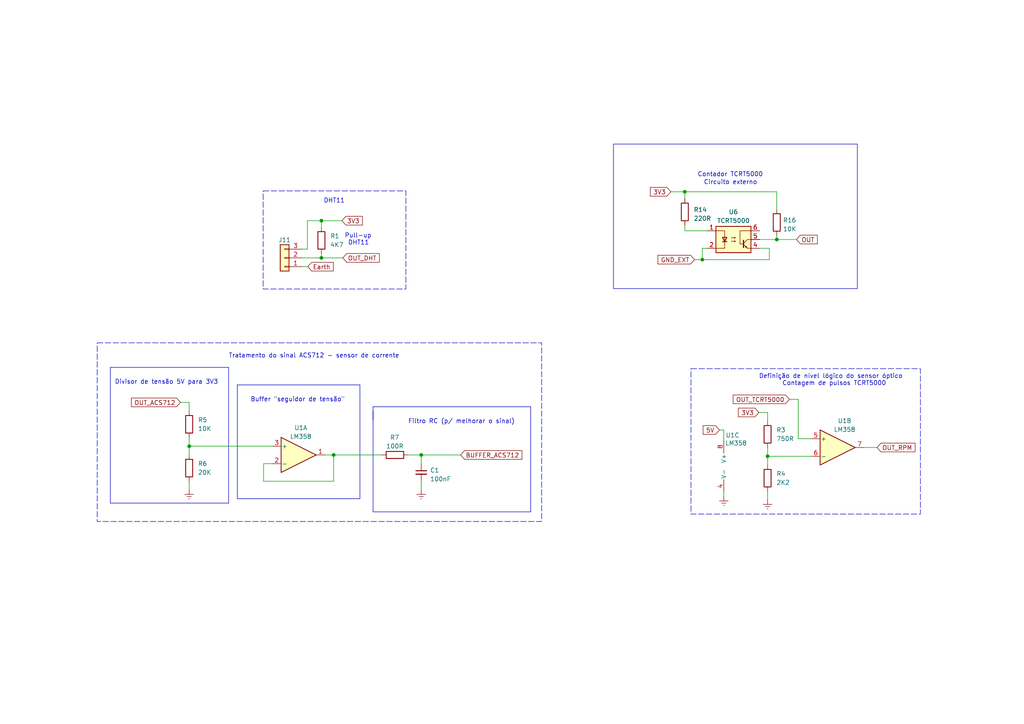
<source format=kicad_sch>
(kicad_sch (version 20230121) (generator eeschema)
  (paper "A4")
  (lib_symbols
    (symbol "Amplifier_Operational:LM358" (pin_names (offset 0.127))
      (property "Reference" "U" (at 0 5.08 0))
      (property "Value" "LM358" (at 0 -5.08 0))
      (symbol "LM358_1_1"
        (polyline (pts (xy -5.08 5.08) (xy 5.08 0) (xy -5.08 -5.08) (xy -5.08 5.08)) (stroke (width 0.254)) (fill (type background)))
        (pin output line (at 7.62 0 180) (length 2.54) (name "~") (number "1"))
        (pin input line (at -7.62 -2.54 0) (length 2.54) (name "-") (number "2"))
        (pin input line (at -7.62 2.54 0) (length 2.54) (name "+") (number "3"))
      )
      (symbol "LM358_2_1"
        (polyline (pts (xy -5.08 5.08) (xy 5.08 0) (xy -5.08 -5.08) (xy -5.08 5.08)) (stroke (width 0.254)) (fill (type background)))
        (pin input line (at -7.62 2.54 0) (length 2.54) (name "+") (number "5"))
        (pin input line (at -7.62 -2.54 0) (length 2.54) (name "-") (number "6"))
        (pin output line (at 7.62 0 180) (length 2.54) (name "~") (number "7"))
      )
      (symbol "LM358_3_1"
        (pin power_in line (at -2.54 -7.62 90) (length 3.81) (name "V-") (number "4"))
        (pin power_in line (at -2.54 7.62 270) (length 3.81) (name "V+") (number "8"))
      )
    )
    (symbol "Connector_Generic:Conn_01x03" (pin_names (offset 1.016) hide)
      (property "Reference" "J" (at 0 5.08 0))
      (property "Value" "Conn_01x03" (at 0 -5.08 0))
      (symbol "Conn_01x03_1_1"
        (rectangle (start -1.27 -2.413) (end 0 -2.667) (stroke (width 0.1524)))
        (rectangle (start -1.27 0.127) (end 0 -0.127) (stroke (width 0.1524)))
        (rectangle (start -1.27 2.667) (end 0 2.413) (stroke (width 0.1524)))
        (rectangle (start -1.27 3.81) (end 1.27 -3.81) (stroke (width 0.254)) (fill (type background)))
        (pin passive line (at -5.08 2.54 0) (length 3.81) (name "Pin_1") (number "1"))
        (pin passive line (at -5.08 0 0) (length 3.81) (name "Pin_2") (number "2"))
        (pin passive line (at -5.08 -2.54 0) (length 3.81) (name "Pin_3") (number "3"))
      )
    )
    (symbol "Device:C_Small" (pin_numbers hide) (pin_names (offset 0.254) hide)
      (property "Reference" "C" (at 0.254 1.778 0))
      (property "Value" "C_Small" (at 0.254 -2.032 0))
      (symbol "C_Small_0_1"
        (polyline (pts (xy -1.524 -0.508) (xy 1.524 -0.508)) (stroke (width 0.3302)))
        (polyline (pts (xy -1.524 0.508) (xy 1.524 0.508)) (stroke (width 0.3048)))
      )
      (symbol "C_Small_1_1"
        (pin passive line (at 0 2.54 270) (length 2.032) (name "~") (number "1"))
        (pin passive line (at 0 -2.54 90) (length 2.032) (name "~") (number "2"))
      )
    )
    (symbol "Device:R" (pin_numbers hide) (pin_names (offset 0))
      (property "Reference" "R" (at 2.032 0 90))
      (property "Value" "R" (at 0 0 90))
      (symbol "R_0_1"
        (rectangle (start -1.016 -2.54) (end 1.016 2.54) (stroke (width 0.254)))
      )
      (symbol "R_1_1"
        (pin passive line (at 0 3.81 270) (length 1.27) (name "~") (number "1"))
        (pin passive line (at 0 -3.81 90) (length 1.27) (name "~") (number "2"))
      )
    )
    (symbol "Isolator:CNY17-1" (pin_names (offset 1.016))
      (property "Reference" "U" (at -5.08 5.08 0))
      (property "Value" "CNY17-1" (at 0 5.08 0))
      (symbol "CNY17-1_0_1"
        (rectangle (start -5.08 3.81) (end 5.08 -3.81) (stroke (width 0.254)) (fill (type background)))
        (polyline (pts (xy -3.175 -0.635) (xy -1.905 -0.635)) (stroke (width 0.254)))
        (polyline (pts (xy 2.921 -1.397) (xy 4.064 -2.54)))
        (polyline (pts (xy 2.921 -1.27) (xy 1.905 -1.27)))
        (polyline (pts (xy 2.921 -1.143) (xy 4.064 0)))
        (polyline (pts (xy 4.064 -2.54) (xy 5.08 -2.54)))
        (polyline (pts (xy 5.08 0) (xy 4.064 0)))
        (polyline (pts (xy -5.08 2.54) (xy -2.54 2.54) (xy -2.54 -0.762)))
        (polyline (pts (xy -2.54 -0.635) (xy -2.54 -2.54) (xy -5.08 -2.54)))
        (polyline (pts (xy 1.905 -1.27) (xy 1.905 2.54) (xy 5.08 2.54)))
        (polyline (pts (xy 2.921 -0.254) (xy 2.921 -2.286) (xy 2.921 -2.286)) (stroke (width 0.3556)))
        (polyline (pts (xy -2.54 -0.635) (xy -3.175 0.635) (xy -1.905 0.635) (xy -2.54 -0.635)) (stroke (width 0.254)))
        (polyline (pts (xy 3.937 -2.413) (xy 3.683 -1.905) (xy 3.429 -2.159) (xy 3.937 -2.413)))
        (polyline (pts (xy -0.635 -0.508) (xy 0.635 -0.508) (xy 0.254 -0.635) (xy 0.254 -0.381) (xy 0.635 -0.508)))
        (polyline (pts (xy -0.635 0.508) (xy 0.635 0.508) (xy 0.254 0.381) (xy 0.254 0.635) (xy 0.635 0.508)))
      )
      (symbol "CNY17-1_1_1"
        (pin passive line (at -7.62 2.54 0) (length 2.54) (name "~") (number "1"))
        (pin passive line (at -7.62 -2.54 0) (length 2.54) (name "~") (number "2"))
        (pin no_connect line (at -5.08 0 0) (length 2.54) hide (name "NC") (number "3"))
        (pin passive line (at 7.62 -2.54 180) (length 2.54) (name "~") (number "4"))
        (pin passive line (at 7.62 0 180) (length 2.54) (name "~") (number "5"))
        (pin passive line (at 7.62 2.54 180) (length 2.54) (name "~") (number "6"))
      )
    )
    (symbol "power:Earth" (power) (pin_names (offset 0))
      (symbol "Earth_0_1"
        (polyline (pts (xy -0.635 -1.905) (xy 0.635 -1.905)))
        (polyline (pts (xy -0.127 -2.54) (xy 0.127 -2.54)))
        (polyline (pts (xy 0 -1.27) (xy 0 0)))
        (polyline (pts (xy 1.27 -1.27) (xy -1.27 -1.27)))
      )
      (symbol "Earth_1_1"
        (pin power_in line (at 0 0 270) (length 0) hide (name "Earth") (number "1"))
      )
    )
  )
  (junction (at 93.218 64.008))
  (junction (at 225.298 69.469))
  (junction (at 203.708 75.311))
  (junction (at 93.218 74.803))
  (junction (at 198.628 55.626))
  (junction (at 222.631 132.334))
  (junction (at 122.174 131.953))
  (junction (at 54.864 129.413))
  (junction (at 96.774 131.953))
  (wire (pts (xy 223.139 72.009) (xy 223.139 75.311)))
  (wire (pts (xy 225.298 69.469) (xy 231.013 69.469)))
  (polyline (pts (xy 108.204 117.983) (xy 108.204 121.793)))
  (polyline (pts (xy 108.204 148.463) (xy 153.924 148.463)))
  (wire (pts (xy 209.931 124.714) (xy 209.931 127.635)))
  (polyline (pts (xy 68.834 111.633) (xy 68.834 144.653)))
  (wire (pts (xy 231.521 127.254) (xy 235.331 127.254)))
  (polyline (pts (xy 68.834 144.653) (xy 104.394 144.653)))
  (polyline (pts (xy 108.204 119.253) (xy 108.204 148.463)))
  (wire (pts (xy 198.628 55.626) (xy 225.298 55.626)))
  (wire (pts (xy 203.708 72.009) (xy 203.708 75.311)))
  (wire (pts (xy 78.994 134.493) (xy 76.454 134.493)))
  (polyline (pts (xy 32.004 107.823) (xy 32.004 145.923)))
  (wire (pts (xy 87.63 77.343) (xy 89.281 77.343)))
  (wire (pts (xy 198.628 66.929) (xy 198.628 65.278)))
  (polyline (pts (xy 104.394 144.653) (xy 104.394 111.633)))
  (wire (pts (xy 205.105 72.009) (xy 203.708 72.009)))
  (wire (pts (xy 198.628 55.626) (xy 198.628 57.658)))
  (wire (pts (xy 76.454 139.573) (xy 96.774 139.573)))
  (wire (pts (xy 205.105 66.929) (xy 198.628 66.929)))
  (wire (pts (xy 76.454 134.493) (xy 76.454 139.573)))
  (wire (pts (xy 222.631 119.634) (xy 222.631 122.174)))
  (polyline (pts (xy 66.294 145.923) (xy 66.294 106.553)))
  (wire (pts (xy 93.218 73.533) (xy 93.218 74.803)))
  (wire (pts (xy 220.345 72.009) (xy 223.139 72.009)))
  (wire (pts (xy 231.521 115.824) (xy 228.981 115.824)))
  (polyline (pts (xy 68.834 111.633) (xy 104.394 111.633)))
  (wire (pts (xy 231.521 115.824) (xy 231.521 127.254)))
  (wire (pts (xy 96.774 139.573) (xy 96.774 131.953)))
  (polyline (pts (xy 153.924 117.983) (xy 108.204 117.983)))
  (wire (pts (xy 225.298 68.326) (xy 225.298 69.469)))
  (wire (pts (xy 93.218 74.803) (xy 99.441 74.803)))
  (wire (pts (xy 54.864 116.713) (xy 54.864 119.253)))
  (wire (pts (xy 122.174 139.573) (xy 122.174 142.113)))
  (wire (pts (xy 122.174 131.953) (xy 133.604 131.953)))
  (wire (pts (xy 222.631 142.494) (xy 222.631 145.034)))
  (wire (pts (xy 122.174 131.953) (xy 122.174 134.493)))
  (wire (pts (xy 220.091 119.634) (xy 222.631 119.634)))
  (wire (pts (xy 54.864 129.413) (xy 54.864 131.953)))
  (wire (pts (xy 222.631 132.334) (xy 235.331 132.334)))
  (polyline (pts (xy 32.004 145.923) (xy 66.294 145.923)))
  (wire (pts (xy 52.324 116.713) (xy 54.864 116.713)))
  (wire (pts (xy 96.774 131.953) (xy 110.744 131.953)))
  (wire (pts (xy 208.661 124.714) (xy 209.931 124.714)))
  (wire (pts (xy 93.218 64.008) (xy 93.218 65.913)))
  (wire (pts (xy 54.864 126.873) (xy 54.864 129.413)))
  (wire (pts (xy 54.864 139.573) (xy 54.864 142.113)))
  (wire (pts (xy 223.139 75.311) (xy 203.708 75.311)))
  (wire (pts (xy 194.564 55.626) (xy 198.628 55.626)))
  (wire (pts (xy 118.364 131.953) (xy 122.174 131.953)))
  (wire (pts (xy 209.931 142.875) (xy 209.931 144.018)))
  (wire (pts (xy 222.631 129.794) (xy 222.631 132.334)))
  (wire (pts (xy 93.218 64.008) (xy 99.187 64.008)))
  (polyline (pts (xy 66.294 106.553) (xy 32.004 106.553)))
  (wire (pts (xy 54.864 129.413) (xy 78.994 129.413)))
  (wire (pts (xy 250.571 129.794) (xy 254.381 129.794)))
  (wire (pts (xy 225.298 55.626) (xy 225.298 60.706)))
  (wire (pts (xy 89.154 64.008) (xy 89.154 72.263)))
  (wire (pts (xy 89.154 72.263) (xy 87.63 72.263)))
  (wire (pts (xy 87.63 74.803) (xy 93.218 74.803)))
  (wire (pts (xy 203.708 75.311) (xy 201.422 75.311)))
  (polyline (pts (xy 153.924 148.463) (xy 153.924 117.983)))
  (wire (pts (xy 222.631 132.334) (xy 222.631 134.874)))
  (wire (pts (xy 225.298 69.469) (xy 220.345 69.469)))
  (wire (pts (xy 89.154 64.008) (xy 93.218 64.008)))
  (wire (pts (xy 94.234 131.953) (xy 96.774 131.953)))
  (polyline (pts (xy 32.004 106.553) (xy 32.004 107.823)))
  (rectangle (start 28.194 99.441) (end 157.099 151.257) (stroke (width 0) (type dash)))
  (rectangle (start 200.406 106.934) (end 266.954 149.098) (stroke (width 0) (type dash)))
  (rectangle (start 177.927 41.783) (end 248.666 83.693))
  (rectangle (start 76.327 55.372) (end 117.729 83.82) (stroke (width 0) (type dash)))
  (text "Circuito externo" (at 204.089 53.721 0) (effects (font (size 1.27 1.27)) (justify left bottom)))
  (text "Filtro RC (p/ melhorar o sinal)" (at 118.364 123.063 0) (effects (font (size 1.27 1.27)) (justify left bottom)))
  (text "Contador TCRT5000" (at 202.311 51.435 0) (effects (font (size 1.27 1.27)) (justify left bottom)))
  (text "Divisor de tensão 5V para 3V3" (at 33.274 111.633 0) (effects (font (size 1.27 1.27)) (justify left bottom)))
  (text "Definição de nível lógico do sensor óptico \n       Contagem de pulsos TCRT5000" (at 220.091 112.014 0) (effects (font (size 1.27 1.27)) (justify left bottom)))
  (text "DHT11" (at 93.853 59.055 0) (effects (font (size 1.27 1.27)) (justify left bottom)))
  (text "Buffer \"seguidor de tensão\"" (at 72.644 116.713 0) (effects (font (size 1.27 1.27)) (justify left bottom)))
  (text "Tratamento do sinal ACS712 - sensor de corrente" (at 66.294 104.013 0) (effects (font (size 1.27 1.27)) (justify left bottom)))
  (text "Pull-up \n DHT11" (at 99.949 71.247 0) (effects (font (size 1.27 1.27)) (justify left bottom)))
  (global_label "OUT_DHT" (shape input) (at 99.441 74.803 0) (property "Intersheetrefs" "${INTERSHEET_REFS}" (effects hide)))
  (global_label "OUT" (shape input) (at 231.013 69.469 0) (property "Intersheetrefs" "${INTERSHEET_REFS}" (effects hide)))
  (global_label "5V" (shape input) (at 208.661 124.714 180) (property "Intersheetrefs" "${INTERSHEET_REFS}" (effects hide)))
  (global_label "GND_EXT" (shape input) (at 201.422 75.311 180) (property "Intersheetrefs" "${INTERSHEET_REFS}" (effects hide)))
  (global_label "OUT_TCRT5000" (shape input) (at 228.981 115.824 180) (property "Intersheetrefs" "${INTERSHEET_REFS}" (effects hide)))
  (global_label "OUT_ACS712" (shape input) (at 52.324 116.713 180) (property "Intersheetrefs" "${INTERSHEET_REFS}" (effects hide)))
  (global_label "OUT_RPM" (shape input) (at 254.381 129.794 0) (property "Intersheetrefs" "${INTERSHEET_REFS}" (effects hide)))
  (global_label "3V3" (shape input) (at 220.091 119.634 180) (property "Intersheetrefs" "${INTERSHEET_REFS}" (effects hide)))
  (global_label "BUFFER_ACS712" (shape input) (at 133.604 131.953 0) (property "Intersheetrefs" "${INTERSHEET_REFS}" (effects hide)))
  (global_label "Earth" (shape input) (at 89.281 77.343 0) (property "Intersheetrefs" "${INTERSHEET_REFS}" (effects hide)))
  (global_label "3V3" (shape input) (at 99.187 64.008 0) (property "Intersheetrefs" "${INTERSHEET_REFS}" (effects hide)))
  (global_label "3V3" (shape input) (at 194.564 55.626 180) (property "Intersheetrefs" "${INTERSHEET_REFS}" (effects hide)))
  (symbol (lib_id "Device:R") (at 222.631 125.984 0) (unit 1)
    (property "Reference" "R3" (at 225.171 124.7139 0) (effects (justify left)))
    (property "Value" "750R" (at 225.171 127.2539 0) (effects (justify left)))
    (property "Footprint" "Resistor_SMD:R_0805_2012Metric" (effects hide))
  )
  (symbol (lib_id "Device:R") (at 114.554 131.953 90) (unit 1)
    (property "Reference" "R7" (at 115.824 126.873 90) (effects (justify left)))
    (property "Value" "100R" (at 117.094 129.413 90) (effects (justify left)))
    (property "Footprint" "Resistor_SMD:R_0805_2012Metric" (effects hide))
  )
  (symbol (lib_id "Isolator:CNY17-1") (at 212.725 69.469 0) (unit 1)
    (property "Reference" "U6" (at 212.725 61.468 0))
    (property "Value" "TCRT5000" (at 212.725 64.008 0))
    (property "Datasheet" "http://www.vishay.com/docs/83606/cny17.pdf" (effects hide))
    (instances (project "PCB_Incendio" (path "" (reference "U6") (unit 1))) (project "Belliz_IOT" (path "" (reference "U2") (unit 1)) (path "" (reference "U2") (unit 1))))
  )
  (symbol (lib_id "Device:R") (at 93.218 69.723 0) (unit 1)
    (property "Reference" "R1" (at 95.758 68.4529 0) (effects (justify left)))
    (property "Value" "4K7" (at 95.758 70.9929 0) (effects (justify left)))
    (property "Footprint" "Resistor_SMD:R_0805_2012Metric" (effects hide))
  )
  (symbol (lib_id "Amplifier_Operational:LM358") (at 86.614 131.953 0) (unit 1)
    (property "Reference" "U1" (at 87.249 124.079 0))
    (property "Value" "LM358" (at 87.249 126.619 0))
    (property "Footprint" "Package_DIP:DIP-8_W7.62mm" (effects hide))
    (property "Datasheet" "http://www.ti.com/lit/ds/symlink/lm2904-n.pdf" (effects hide))
  )
  (symbol (lib_id "Device:C_Small") (at 122.174 137.033 0) (unit 1)
    (property "Reference" "C1" (at 124.714 136.4043 0) (effects (justify left)))
    (property "Value" "100nF" (at 124.714 138.9443 0) (effects (justify left)))
    (property "Footprint" "Capacitor_SMD:C_0805_2012Metric" (effects hide))
  )
  (symbol (lib_id "Device:R") (at 198.628 61.468 180) (unit 1)
    (property "Reference" "R14" (at 201.168 60.833 0) (effects (justify right)))
    (property "Value" "220R" (at 201.168 63.373 0) (effects (justify right)))
    (instances (project "PCB_Incendio" (path "" (reference "R14") (unit 1))) (project "Belliz_IOT" (path "" (reference "R18") (unit 1)) (path "" (reference "R18") (unit 1))))
  )
  (symbol (lib_id "Device:R") (at 225.298 64.516 180) (unit 1)
    (property "Reference" "R16" (at 227.076 63.881 0) (effects (justify right)))
    (property "Value" "10K" (at 227.076 66.421 0) (effects (justify right)))
    (instances (project "PCB_Incendio" (path "" (reference "R16") (unit 1))) (project "Belliz_IOT" (path "" (reference "R19") (unit 1)) (path "" (reference "R19") (unit 1))))
  )
  (symbol (lib_id "Device:R") (at 54.864 135.763 0) (unit 1)
    (property "Reference" "R6" (at 57.404 134.4929 0) (effects (justify left)))
    (property "Value" "20K" (at 57.404 137.033 0) (effects (justify left)))
    (property "Footprint" "Resistor_SMD:R_0805_2012Metric" (effects hide))
  )
  (symbol (lib_id "Connector_Generic:Conn_01x03") (at 82.55 74.803 180) (unit 1)
    (property "Reference" "J11" (at 82.55 69.596 0))
    (property "Value" "Conn_01x03" (effects hide))
    (property "Footprint" "My_library_footprint:KK_3Vias" (effects hide))
    (instances (project "Belliz_IOT" (path "" (reference "J11") (unit 1)) (path "" (reference "J5") (unit 1))))
  )
  (symbol (lib_id "Device:R") (at 222.631 138.684 0) (unit 1)
    (property "Reference" "R4" (at 225.171 137.4139 0) (effects (justify left)))
    (property "Value" "2K2" (at 225.171 139.9539 0) (effects (justify left)))
    (property "Footprint" "Resistor_SMD:R_0805_2012Metric" (effects hide))
  )
  (symbol (lib_id "power:Earth") (at 222.631 145.034 0) (unit 1)
    (property "Reference" "#PWR0101" (effects hide))
    (property "Value" "Earth" (effects hide))
    (instances (project "Belliz_IOT" (path "" (reference "#PWR0101") (unit 1)) (path "" (reference "#PWR08") (unit 1))))
  )
  (symbol (lib_id "Amplifier_Operational:LM358") (at 212.471 135.255 0) (unit 3)
    (property "Reference" "U1" (at 212.471 126.238 0))
    (property "Value" "LM358" (at 213.487 128.524 0))
    (property "Footprint" "Package_DIP:DIP-8_W7.62mm" (effects hide))
    (property "Datasheet" "http://www.ti.com/lit/ds/symlink/lm2904-n.pdf" (effects hide))
  )
  (symbol (lib_id "power:Earth") (at 122.174 142.113 0) (unit 1)
    (property "Reference" "#PWR0102" (effects hide))
    (property "Value" "Earth" (effects hide))
    (instances (project "Belliz_IOT" (path "" (reference "#PWR0102") (unit 1)) (path "" (reference "#PWR010") (unit 1))))
  )
  (symbol (lib_id "Device:R") (at 54.864 123.063 0) (unit 1)
    (property "Reference" "R5" (at 57.404 121.7929 0) (effects (justify left)))
    (property "Value" "10K" (at 57.404 124.333 0) (effects (justify left)))
    (property "Footprint" "Resistor_SMD:R_0805_2012Metric" (effects hide))
  )
  (symbol (lib_id "Amplifier_Operational:LM358") (at 242.951 129.794 0) (unit 2)
    (property "Reference" "U1" (at 244.983 122.047 0))
    (property "Value" "LM358" (at 244.983 124.587 0))
    (property "Footprint" "Package_DIP:DIP-8_W7.62mm" (effects hide))
    (property "Datasheet" "http://www.ti.com/lit/ds/symlink/lm2904-n.pdf" (effects hide))
  )
  (symbol (lib_id "power:Earth") (at 54.864 142.113 0) (unit 1)
    (property "Reference" "#PWR0103" (effects hide))
    (property "Value" "Earth" (effects hide))
    (instances (project "Belliz_IOT" (path "" (reference "#PWR0103") (unit 1)) (path "" (reference "#PWR09") (unit 1))))
  )
  (symbol (lib_id "power:Earth") (at 209.931 144.018 0) (unit 1)
    (property "Reference" "#PWR08" (effects hide))
    (property "Value" "Earth" (effects hide))
    (instances (project "Belliz_IOT" (path "" (reference "#PWR08") (unit 1)) (path "" (reference "#PWR03") (unit 1))))
  )
)
</source>
